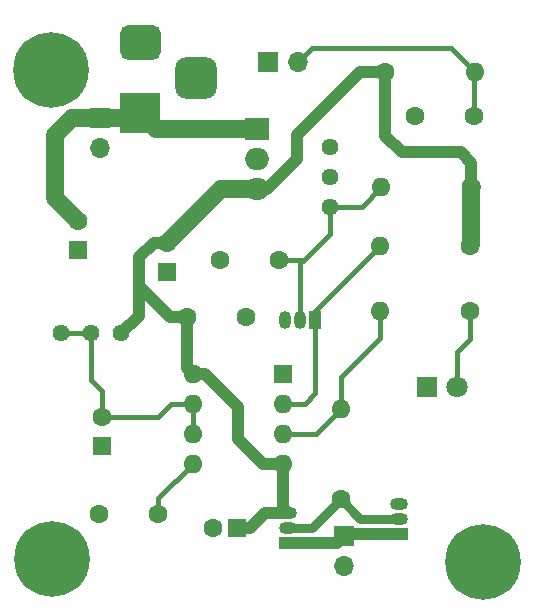
<source format=gbl>
G04 #@! TF.GenerationSoftware,KiCad,Pcbnew,(5.1.10)-1*
G04 #@! TF.CreationDate,2023-08-02T14:32:02+03:00*
G04 #@! TF.ProjectId,trigger_cct,74726967-6765-4725-9f63-63742e6b6963,rev?*
G04 #@! TF.SameCoordinates,Original*
G04 #@! TF.FileFunction,Copper,L2,Bot*
G04 #@! TF.FilePolarity,Positive*
%FSLAX46Y46*%
G04 Gerber Fmt 4.6, Leading zero omitted, Abs format (unit mm)*
G04 Created by KiCad (PCBNEW (5.1.10)-1) date 2023-08-02 14:32:02*
%MOMM*%
%LPD*%
G01*
G04 APERTURE LIST*
G04 #@! TA.AperFunction,ComponentPad*
%ADD10C,6.400000*%
G04 #@! TD*
G04 #@! TA.AperFunction,ComponentPad*
%ADD11C,1.440000*%
G04 #@! TD*
G04 #@! TA.AperFunction,ComponentPad*
%ADD12O,1.600000X1.600000*%
G04 #@! TD*
G04 #@! TA.AperFunction,ComponentPad*
%ADD13R,1.600000X1.600000*%
G04 #@! TD*
G04 #@! TA.AperFunction,ComponentPad*
%ADD14O,2.000000X1.905000*%
G04 #@! TD*
G04 #@! TA.AperFunction,ComponentPad*
%ADD15R,2.000000X1.905000*%
G04 #@! TD*
G04 #@! TA.AperFunction,ComponentPad*
%ADD16C,1.600000*%
G04 #@! TD*
G04 #@! TA.AperFunction,ComponentPad*
%ADD17R,1.500000X1.050000*%
G04 #@! TD*
G04 #@! TA.AperFunction,ComponentPad*
%ADD18O,1.500000X1.050000*%
G04 #@! TD*
G04 #@! TA.AperFunction,ComponentPad*
%ADD19R,1.050000X1.500000*%
G04 #@! TD*
G04 #@! TA.AperFunction,ComponentPad*
%ADD20O,1.050000X1.500000*%
G04 #@! TD*
G04 #@! TA.AperFunction,ComponentPad*
%ADD21O,1.700000X1.700000*%
G04 #@! TD*
G04 #@! TA.AperFunction,ComponentPad*
%ADD22R,1.700000X1.700000*%
G04 #@! TD*
G04 #@! TA.AperFunction,ComponentPad*
%ADD23R,3.500000X3.500000*%
G04 #@! TD*
G04 #@! TA.AperFunction,ComponentPad*
%ADD24C,1.800000*%
G04 #@! TD*
G04 #@! TA.AperFunction,ComponentPad*
%ADD25R,1.800000X1.800000*%
G04 #@! TD*
G04 #@! TA.AperFunction,Conductor*
%ADD26C,1.500000*%
G04 #@! TD*
G04 #@! TA.AperFunction,Conductor*
%ADD27C,1.000000*%
G04 #@! TD*
G04 #@! TA.AperFunction,Conductor*
%ADD28C,0.400000*%
G04 #@! TD*
G04 #@! TA.AperFunction,Conductor*
%ADD29C,0.750000*%
G04 #@! TD*
G04 APERTURE END LIST*
D10*
X136753600Y-61569600D03*
X136855200Y-103047800D03*
X173380400Y-103225600D03*
D11*
X137668000Y-83896200D03*
X140208000Y-83896200D03*
X142748000Y-83896200D03*
X160401000Y-68148200D03*
X160401000Y-70688200D03*
X160401000Y-73228200D03*
D12*
X148793200Y-87325200D03*
X156413200Y-94945200D03*
X148793200Y-89865200D03*
X156413200Y-92405200D03*
X148793200Y-92405200D03*
X156413200Y-89865200D03*
X148793200Y-94945200D03*
D13*
X156413200Y-87325200D03*
D14*
X154254200Y-71678800D03*
X154254200Y-69138800D03*
D15*
X154254200Y-66598800D03*
D12*
X161315400Y-90322400D03*
D16*
X161315400Y-97942400D03*
D12*
X164617400Y-81991200D03*
D16*
X172237400Y-81991200D03*
D12*
X164642800Y-76530200D03*
D16*
X172262800Y-76530200D03*
D12*
X164769800Y-71551800D03*
D16*
X172389800Y-71551800D03*
D12*
X172720000Y-61798200D03*
D16*
X165100000Y-61798200D03*
D17*
X166268400Y-100888800D03*
D18*
X166268400Y-98348800D03*
X166268400Y-99618800D03*
D17*
X156819600Y-101650800D03*
D18*
X156819600Y-99110800D03*
X156819600Y-100380800D03*
D19*
X159181800Y-82778600D03*
D20*
X156641800Y-82778600D03*
X157911800Y-82778600D03*
D21*
X157708600Y-60934600D03*
D22*
X155168600Y-60934600D03*
D21*
X161594800Y-103581200D03*
D22*
X161594800Y-101041200D03*
D21*
X140919200Y-68224400D03*
D22*
X140919200Y-65684400D03*
G04 #@! TA.AperFunction,ComponentPad*
G36*
G01*
X148197600Y-60530800D02*
X149947600Y-60530800D01*
G75*
G02*
X150822600Y-61405800I0J-875000D01*
G01*
X150822600Y-63155800D01*
G75*
G02*
X149947600Y-64030800I-875000J0D01*
G01*
X148197600Y-64030800D01*
G75*
G02*
X147322600Y-63155800I0J875000D01*
G01*
X147322600Y-61405800D01*
G75*
G02*
X148197600Y-60530800I875000J0D01*
G01*
G37*
G04 #@! TD.AperFunction*
G04 #@! TA.AperFunction,ComponentPad*
G36*
G01*
X143372600Y-57780800D02*
X145372600Y-57780800D01*
G75*
G02*
X146122600Y-58530800I0J-750000D01*
G01*
X146122600Y-60030800D01*
G75*
G02*
X145372600Y-60780800I-750000J0D01*
G01*
X143372600Y-60780800D01*
G75*
G02*
X142622600Y-60030800I0J750000D01*
G01*
X142622600Y-58530800D01*
G75*
G02*
X143372600Y-57780800I750000J0D01*
G01*
G37*
G04 #@! TD.AperFunction*
D23*
X144372600Y-65280800D03*
D24*
X171170600Y-88442800D03*
D25*
X168630600Y-88442800D03*
D16*
X141147800Y-90972000D03*
D13*
X141147800Y-93472000D03*
D16*
X146634200Y-76214600D03*
D13*
X146634200Y-78714600D03*
D16*
X140872200Y-99161600D03*
X145872200Y-99161600D03*
X151104600Y-77698600D03*
X156104600Y-77698600D03*
X172640000Y-65506600D03*
X167640000Y-65506600D03*
X139115800Y-74385800D03*
D13*
X139115800Y-76885800D03*
D16*
X153336000Y-82524600D03*
X148336000Y-82524600D03*
X150501600Y-100355400D03*
D13*
X152501600Y-100355400D03*
D26*
X172389800Y-76403200D02*
X172262800Y-76530200D01*
X172389800Y-71551800D02*
X172389800Y-76403200D01*
X172466000Y-71475600D02*
X172389800Y-71551800D01*
D27*
X152501600Y-100355400D02*
X153670000Y-100355400D01*
X154914600Y-99110800D02*
X156819600Y-99110800D01*
X153670000Y-100355400D02*
X154914600Y-99110800D01*
X148336000Y-86868000D02*
X148793200Y-87325200D01*
X148336000Y-82524600D02*
X148336000Y-86868000D01*
X144246600Y-82397600D02*
X142748000Y-83896200D01*
X146837400Y-82524600D02*
X144246600Y-79933800D01*
X148336000Y-82524600D02*
X146837400Y-82524600D01*
X144246600Y-79933800D02*
X144246600Y-82397600D01*
X156413200Y-98704400D02*
X156819600Y-99110800D01*
X156413200Y-94945200D02*
X156413200Y-98704400D01*
X148793200Y-87325200D02*
X149809200Y-87325200D01*
X149809200Y-87325200D02*
X152628600Y-90144600D01*
X152628600Y-90144600D02*
X152628600Y-92862400D01*
X154711400Y-94945200D02*
X156413200Y-94945200D01*
X152628600Y-92862400D02*
X154711400Y-94945200D01*
X155117800Y-71678800D02*
X154254200Y-71678800D01*
X157657800Y-67081400D02*
X157657800Y-69138800D01*
X162941000Y-61798200D02*
X157657800Y-67081400D01*
X157657800Y-69138800D02*
X155117800Y-71678800D01*
X165100000Y-61798200D02*
X162941000Y-61798200D01*
X165100000Y-61798200D02*
X165100000Y-67183000D01*
X165100000Y-67183000D02*
X166497000Y-68580000D01*
X166497000Y-68580000D02*
X171526200Y-68580000D01*
X172389800Y-69443600D02*
X172389800Y-71551800D01*
X171526200Y-68580000D02*
X172389800Y-69443600D01*
X145502830Y-76214600D02*
X146634200Y-76214600D01*
X144246600Y-77470830D02*
X145502830Y-76214600D01*
X144246600Y-79933800D02*
X144246600Y-77470830D01*
D26*
X146634200Y-76214600D02*
X151195400Y-71653400D01*
X154228800Y-71653400D02*
X154254200Y-71678800D01*
X151195400Y-71653400D02*
X154228800Y-71653400D01*
X143969000Y-65684400D02*
X144372600Y-65280800D01*
X140919200Y-65684400D02*
X143969000Y-65684400D01*
X145690600Y-66598800D02*
X144372600Y-65280800D01*
X154254200Y-66598800D02*
X145690600Y-66598800D01*
X138569200Y-65684400D02*
X137160000Y-67093600D01*
X140919200Y-65684400D02*
X138569200Y-65684400D01*
X137160000Y-72430000D02*
X139115800Y-74385800D01*
X137160000Y-67093600D02*
X137160000Y-72430000D01*
D28*
X157708600Y-60934600D02*
X158877000Y-59766200D01*
X170688000Y-59766200D02*
X172720000Y-61798200D01*
X158877000Y-59766200D02*
X170688000Y-59766200D01*
X172640000Y-61878200D02*
X172720000Y-61798200D01*
X172640000Y-65506600D02*
X172640000Y-61878200D01*
X156104600Y-77698600D02*
X158191200Y-77698600D01*
X160401000Y-75488800D02*
X160401000Y-73228200D01*
X158191200Y-77698600D02*
X160401000Y-75488800D01*
X164973000Y-71551800D02*
X164769800Y-71551800D01*
X163093400Y-73228200D02*
X164769800Y-71551800D01*
X160401000Y-73228200D02*
X163093400Y-73228200D01*
X157911800Y-77978000D02*
X158191200Y-77698600D01*
X157911800Y-82778600D02*
X157911800Y-77978000D01*
X145872200Y-97866200D02*
X148793200Y-94945200D01*
X145872200Y-99161600D02*
X145872200Y-97866200D01*
X141147800Y-90972000D02*
X145857600Y-90972000D01*
X146964400Y-89865200D02*
X148793200Y-89865200D01*
X145857600Y-90972000D02*
X146964400Y-89865200D01*
X140208000Y-83896200D02*
X140208000Y-87833200D01*
X141147800Y-88773000D02*
X141147800Y-90972000D01*
X140208000Y-87833200D02*
X141147800Y-88773000D01*
X137668000Y-83896200D02*
X140208000Y-83896200D01*
X148793200Y-92405200D02*
X148793200Y-89865200D01*
X171170600Y-88442800D02*
X171170600Y-85445600D01*
X172237400Y-84378800D02*
X172237400Y-81991200D01*
X171170600Y-85445600D02*
X172237400Y-84378800D01*
D27*
X160985200Y-101650800D02*
X161594800Y-101041200D01*
X156819600Y-101650800D02*
X160985200Y-101650800D01*
X161747200Y-100888800D02*
X161594800Y-101041200D01*
X166268400Y-100888800D02*
X161747200Y-100888800D01*
D28*
X159181800Y-81991200D02*
X164642800Y-76530200D01*
X159181800Y-82778600D02*
X159181800Y-81991200D01*
X159181800Y-82778600D02*
X159181800Y-88976200D01*
X158292800Y-89865200D02*
X156413200Y-89865200D01*
X159181800Y-88976200D02*
X158292800Y-89865200D01*
D29*
X158877000Y-100380800D02*
X161315400Y-97942400D01*
X156819600Y-100380800D02*
X158877000Y-100380800D01*
X162991800Y-99618800D02*
X161315400Y-97942400D01*
X166268400Y-99618800D02*
X162991800Y-99618800D01*
D28*
X159232600Y-92405200D02*
X161315400Y-90322400D01*
X156413200Y-92405200D02*
X159232600Y-92405200D01*
X161315400Y-90322400D02*
X161315400Y-87579200D01*
X164617400Y-84277200D02*
X164617400Y-81991200D01*
X161315400Y-87579200D02*
X164617400Y-84277200D01*
M02*

</source>
